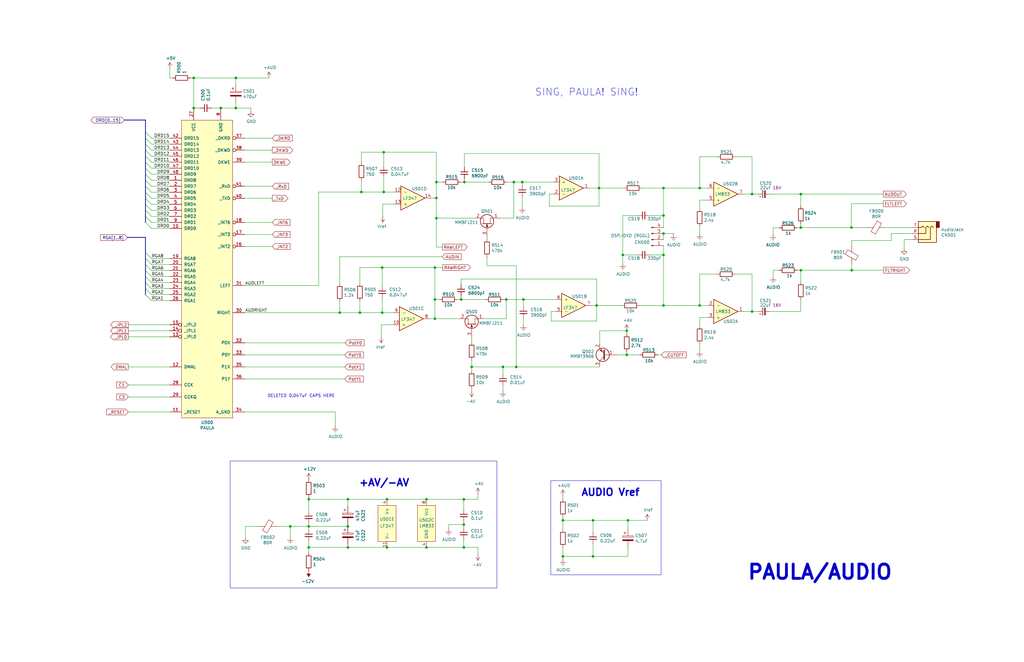
<source format=kicad_sch>
(kicad_sch (version 20230121) (generator eeschema)
  (paper "B")
  (title_block (title "AMIGA PCI") (date "2023-05-28") (rev "1"))
  (junction (at 216.662 76.835))
  (junction (at 220.218 76.835))
  (junction (at 184.023 76.835))
  (junction (at 130.175 210.693))
  (junction (at 337.693 81.915))
  (junction (at 213.487 126.365))
  (junction (at 146.685 210.693))
  (junction (at 279.781 128.905))
  (junction (at 317.119 131.445))
  (junction (at 122.428 222.123))
  (junction (at 295.021 79.375))
  (junction (at 93.091 45.593))
  (junction (at 161.798 81.026))
  (junction (at 130.175 231.013))
  (junction (at 262.636 107.569))
  (junction (at 220.726 126.365))
  (junction (at 81.661 32.893))
  (junction (at 250.063 234.823))
  (junction (at 264.795 219.583))
  (junction (at 163.195 210.693))
  (junction (at 212.09 154.813))
  (junction (at 161.163 131.953))
  (junction (at 237.363 219.583))
  (junction (at 217.678 154.813))
  (junction (at 317.119 81.915))
  (junction (at 195.58 231.013))
  (junction (at 130.175 222.123))
  (junction (at 99.441 45.593))
  (junction (at 81.661 45.593))
  (junction (at 194.437 126.365))
  (junction (at 337.693 96.012))
  (junction (at 183.388 126.365))
  (junction (at 146.685 222.123))
  (junction (at 99.441 32.893))
  (junction (at 279.781 79.375))
  (junction (at 237.363 234.823))
  (junction (at 195.834 76.835))
  (junction (at 183.388 134.493))
  (junction (at 163.195 231.013))
  (junction (at 264.287 139.573))
  (junction (at 195.58 221.361))
  (junction (at 183.388 112.903))
  (junction (at 359.156 114.046))
  (junction (at 152.4 81.026))
  (junction (at 279.781 90.932))
  (junction (at 184.023 92.075))
  (junction (at 359.029 96.012))
  (junction (at 337.693 114.046))
  (junction (at 179.832 231.013))
  (junction (at 151.765 131.953))
  (junction (at 279.781 107.569))
  (junction (at 264.287 149.733))
  (junction (at 279.781 98.552))
  (junction (at 161.163 112.903))
  (junction (at 250.063 219.583))
  (junction (at 252.603 79.375))
  (junction (at 146.685 231.013))
  (junction (at 251.587 128.905))
  (junction (at 161.798 64.262))
  (junction (at 179.832 210.693))
  (junction (at 184.023 83.566))
  (junction (at 198.882 154.813))
  (junction (at 295.021 128.905))
  (junction (at 195.58 210.693))
  (junction (at 143.256 131.953))
  (bus_entry (at 63.881 65.913) (size -2.54 -2.54))
  (bus_entry (at 63.881 88.773) (size -2.54 -2.54))
  (bus_entry (at 63.881 60.833) (size -2.54 -2.54))
  (bus_entry (at 63.881 114.173) (size -2.54 -2.54))
  (bus_entry (at 63.881 119.253) (size -2.54 -2.54))
  (bus_entry (at 63.881 83.693) (size -2.54 -2.54))
  (bus_entry (at 63.881 76.073) (size -2.54 -2.54))
  (bus_entry (at 63.881 91.313) (size -2.54 -2.54))
  (bus_entry (at 63.881 81.153) (size -2.54 -2.54))
  (bus_entry (at 63.881 63.373) (size -2.54 -2.54))
  (bus_entry (at 63.881 111.633) (size -2.54 -2.54))
  (bus_entry (at 63.881 73.533) (size -2.54 -2.54))
  (bus_entry (at 63.881 58.293) (size -2.54 -2.54))
  (bus_entry (at 63.881 68.453) (size -2.54 -2.54))
  (bus_entry (at 63.881 124.333) (size -2.54 -2.54))
  (bus_entry (at 63.881 86.233) (size -2.54 -2.54))
  (bus_entry (at 63.881 121.793) (size -2.54 -2.54))
  (bus_entry (at 63.881 96.393) (size -2.54 -2.54))
  (bus_entry (at 63.881 78.613) (size -2.54 -2.54))
  (bus_entry (at 63.881 109.093) (size -2.54 -2.54))
  (bus_entry (at 63.881 126.873) (size -2.54 -2.54))
  (bus_entry (at 63.881 116.713) (size -2.54 -2.54))
  (bus_entry (at 63.881 93.853) (size -2.54 -2.54))
  (bus_entry (at 63.881 70.993) (size -2.54 -2.54))
  (wire (pts (xy 54.102 142.113) (xy 71.501 142.113)))
  (wire (pts (xy 99.441 45.593) (xy 99.441 43.434)))
  (wire (pts (xy 130.175 210.693) (xy 146.685 210.693)))
  (wire (pts (xy 146.685 221.361) (xy 146.685 222.123)))
  (wire (pts (xy 337.693 96.012) (xy 359.029 96.012)))
  (wire (pts (xy 317.119 81.915) (xy 317.119 66.167)))
  (wire (pts (xy 250.063 229.616) (xy 250.063 234.823)))
  (wire (pts (xy 71.501 124.333) (xy 63.881 124.333)))
  (wire (pts (xy 210.439 92.075) (xy 216.662 92.075)))
  (bus (pts (xy 61.341 63.373) (xy 61.341 65.913)))
  (wire (pts (xy 183.388 112.903) (xy 161.163 112.903)))
  (wire (pts (xy 103.505 222.123) (xy 109.093 222.123)))
  (bus (pts (xy 61.341 81.153) (xy 61.341 83.693)))
  (wire (pts (xy 217.678 154.813) (xy 252.857 154.813)))
  (bus (pts (xy 61.341 88.773) (xy 61.341 91.313)))
  (bus (pts (xy 61.341 106.553) (xy 61.341 109.093)))
  (wire (pts (xy 183.388 134.493) (xy 183.388 126.365)))
  (wire (pts (xy 212.09 162.814) (xy 212.09 165.1)))
  (wire (pts (xy 103.251 173.863) (xy 141.351 173.863)))
  (wire (pts (xy 381.254 101.092) (xy 381.254 104.902)))
  (wire (pts (xy 264.287 148.463) (xy 264.287 149.733)))
  (wire (pts (xy 205.359 112.141) (xy 217.678 112.141)))
  (wire (pts (xy 71.501 65.913) (xy 63.881 65.913)))
  (wire (pts (xy 161.798 81.026) (xy 166.497 81.026)))
  (wire (pts (xy 71.501 63.373) (xy 63.881 63.373)))
  (bus (pts (xy 61.341 50.673) (xy 61.341 55.753)))
  (wire (pts (xy 184.023 92.075) (xy 184.023 104.267)))
  (wire (pts (xy 295.021 66.167) (xy 295.021 79.375)))
  (wire (pts (xy 336.169 114.046) (xy 337.693 114.046)))
  (wire (pts (xy 184.023 83.566) (xy 184.023 92.075)))
  (wire (pts (xy 216.662 76.835) (xy 220.218 76.835)))
  (wire (pts (xy 161.798 74.93) (xy 161.798 81.026)))
  (wire (pts (xy 359.156 101.473) (xy 375.793 101.473)))
  (wire (pts (xy 54.102 173.863) (xy 71.501 173.863)))
  (wire (pts (xy 71.501 93.853) (xy 63.881 93.853)))
  (wire (pts (xy 262.636 107.569) (xy 268.859 107.569)))
  (wire (pts (xy 183.388 126.365) (xy 185.293 126.365)))
  (wire (pts (xy 237.363 219.583) (xy 237.363 223.393)))
  (wire (pts (xy 103.251 154.813) (xy 145.415 154.813)))
  (wire (pts (xy 302.514 66.167) (xy 295.021 66.167)))
  (wire (pts (xy 262.636 111.252) (xy 262.636 107.569)))
  (wire (pts (xy 359.156 114.046) (xy 359.156 111.379)))
  (wire (pts (xy 234.315 131.445) (xy 232.41 131.445)))
  (wire (pts (xy 212.09 154.813) (xy 212.09 157.734)))
  (wire (pts (xy 152.4 64.262) (xy 161.798 64.262)))
  (wire (pts (xy 195.58 210.693) (xy 201.549 210.693)))
  (wire (pts (xy 279.781 107.569) (xy 279.781 128.905)))
  (wire (pts (xy 302.387 115.697) (xy 295.021 115.697)))
  (wire (pts (xy 295.021 133.985) (xy 295.021 137.541)))
  (wire (pts (xy 130.175 222.123) (xy 146.685 222.123)))
  (wire (pts (xy 313.69 81.915) (xy 317.119 81.915)))
  (wire (pts (xy 231.648 81.915) (xy 233.299 81.915)))
  (wire (pts (xy 152.4 68.58) (xy 152.4 64.262)))
  (wire (pts (xy 71.628 32.893) (xy 72.771 32.893)))
  (wire (pts (xy 203.962 134.493) (xy 213.487 134.493)))
  (wire (pts (xy 198.882 142.113) (xy 198.882 144.399)))
  (wire (pts (xy 375.793 98.552) (xy 384.683 98.552)))
  (wire (pts (xy 250.063 234.823) (xy 264.795 234.823)))
  (wire (pts (xy 295.021 79.375) (xy 298.45 79.375)))
  (wire (pts (xy 151.765 131.953) (xy 161.163 131.953)))
  (wire (pts (xy 268.859 90.932) (xy 262.636 90.932)))
  (wire (pts (xy 71.501 86.233) (xy 63.881 86.233)))
  (wire (pts (xy 130.175 210.693) (xy 130.175 215.773)))
  (wire (pts (xy 183.388 112.903) (xy 183.388 126.365)))
  (wire (pts (xy 269.748 128.905) (xy 279.781 128.905)))
  (wire (pts (xy 122.428 222.123) (xy 116.713 222.123)))
  (wire (pts (xy 146.685 231.013) (xy 163.195 231.013)))
  (wire (pts (xy 130.175 209.931) (xy 130.175 210.693)))
  (wire (pts (xy 273.939 107.569) (xy 279.781 107.569)))
  (bus (pts (xy 61.341 73.533) (xy 61.341 76.073)))
  (wire (pts (xy 195.834 76.835) (xy 206.121 76.835)))
  (wire (pts (xy 181.737 83.566) (xy 184.023 83.566)))
  (wire (pts (xy 195.834 64.77) (xy 252.603 64.77)))
  (wire (pts (xy 237.363 218.186) (xy 237.363 219.583)))
  (wire (pts (xy 146.685 231.013) (xy 130.175 231.013)))
  (wire (pts (xy 373.38 96.012) (xy 384.683 96.012)))
  (wire (pts (xy 152.4 81.026) (xy 161.798 81.026)))
  (wire (pts (xy 161.417 86.106) (xy 161.417 91.186)))
  (wire (pts (xy 183.388 134.493) (xy 193.802 134.493)))
  (wire (pts (xy 184.023 83.566) (xy 184.023 76.835)))
  (wire (pts (xy 184.023 76.835) (xy 184.023 64.262)))
  (wire (pts (xy 359.029 96.012) (xy 359.029 85.979)))
  (wire (pts (xy 252.603 79.375) (xy 252.603 64.77)))
  (wire (pts (xy 143.256 131.953) (xy 151.765 131.953)))
  (wire (pts (xy 317.119 115.697) (xy 310.007 115.697)))
  (wire (pts (xy 264.795 219.583) (xy 272.923 219.583)))
  (wire (pts (xy 152.4 76.2) (xy 152.4 81.026)))
  (wire (pts (xy 250.063 224.536) (xy 250.063 219.583)))
  (wire (pts (xy 252.857 139.573) (xy 264.287 139.573)))
  (wire (pts (xy 71.501 83.693) (xy 63.881 83.693)))
  (wire (pts (xy 231.648 81.915) (xy 231.648 86.995)))
  (wire (pts (xy 237.363 236.093) (xy 237.363 234.823)))
  (wire (pts (xy 114.808 98.933) (xy 103.251 98.933)))
  (wire (pts (xy 326.009 96.139) (xy 326.009 98.933)))
  (wire (pts (xy 71.501 76.073) (xy 63.881 76.073)))
  (wire (pts (xy 81.661 32.893) (xy 99.441 32.893)))
  (wire (pts (xy 151.765 127.127) (xy 151.765 131.953)))
  (wire (pts (xy 103.251 144.653) (xy 145.542 144.653)))
  (wire (pts (xy 217.678 112.141) (xy 217.678 154.813)))
  (wire (pts (xy 184.023 76.835) (xy 186.69 76.835)))
  (wire (pts (xy 279.781 79.375) (xy 295.021 79.375)))
  (wire (pts (xy 279.781 90.932) (xy 279.781 79.375)))
  (wire (pts (xy 248.539 79.375) (xy 252.603 79.375)))
  (wire (pts (xy 337.693 96.139) (xy 337.693 96.012)))
  (wire (pts (xy 295.021 84.455) (xy 295.021 88.011)))
  (wire (pts (xy 220.726 134.366) (xy 220.726 137.033)))
  (wire (pts (xy 195.58 227.711) (xy 195.58 231.013)))
  (wire (pts (xy 184.023 104.267) (xy 186.563 104.267)))
  (bus (pts (xy 61.341 65.913) (xy 61.341 68.453)))
  (wire (pts (xy 220.218 83.185) (xy 220.218 87.503)))
  (wire (pts (xy 186.436 108.331) (xy 143.256 108.331)))
  (wire (pts (xy 194.437 126.365) (xy 204.724 126.365)))
  (wire (pts (xy 317.119 66.167) (xy 310.134 66.167)))
  (wire (pts (xy 359.029 85.979) (xy 372.491 85.979)))
  (bus (pts (xy 61.341 50.673) (xy 52.451 50.673)))
  (wire (pts (xy 71.501 126.873) (xy 63.881 126.873)))
  (bus (pts (xy 61.341 70.993) (xy 61.341 73.533)))
  (wire (pts (xy 264.287 149.733) (xy 269.748 149.733)))
  (wire (pts (xy 232.41 135.509) (xy 251.587 135.509)))
  (wire (pts (xy 359.156 114.046) (xy 372.618 114.046)))
  (wire (pts (xy 264.795 223.393) (xy 264.795 219.583)))
  (wire (pts (xy 130.175 222.123) (xy 130.175 223.393)))
  (wire (pts (xy 54.102 139.573) (xy 71.501 139.573)))
  (wire (pts (xy 103.505 222.123) (xy 103.505 226.822)))
  (wire (pts (xy 194.437 125.095) (xy 194.437 126.365)))
  (wire (pts (xy 130.175 233.299) (xy 130.175 231.013)))
  (wire (pts (xy 80.391 32.893) (xy 81.661 32.893)))
  (wire (pts (xy 71.501 88.773) (xy 63.881 88.773)))
  (wire (pts (xy 143.256 127.254) (xy 143.256 131.953)))
  (wire (pts (xy 71.501 73.533) (xy 63.881 73.533)))
  (wire (pts (xy 195.58 231.013) (xy 201.549 231.013)))
  (wire (pts (xy 326.009 114.046) (xy 326.009 116.84)))
  (wire (pts (xy 252.603 79.375) (xy 263.144 79.375)))
  (wire (pts (xy 122.428 222.123) (xy 122.428 226.822)))
  (wire (pts (xy 250.063 219.583) (xy 264.795 219.583)))
  (wire (pts (xy 337.693 114.046) (xy 359.156 114.046)))
  (wire (pts (xy 114.808 63.373) (xy 103.251 63.373)))
  (wire (pts (xy 161.163 125.857) (xy 161.163 131.953)))
  (wire (pts (xy 237.363 234.823) (xy 250.063 234.823)))
  (wire (pts (xy 220.726 126.365) (xy 234.315 126.365)))
  (bus (pts (xy 61.341 91.313) (xy 61.341 93.853)))
  (wire (pts (xy 270.764 79.375) (xy 279.781 79.375)))
  (wire (pts (xy 99.441 35.814) (xy 99.441 32.893)))
  (wire (pts (xy 146.685 210.693) (xy 163.195 210.693)))
  (wire (pts (xy 71.501 109.093) (xy 63.881 109.093)))
  (wire (pts (xy 359.029 96.012) (xy 365.76 96.012)))
  (wire (pts (xy 279.781 90.932) (xy 279.781 96.012)))
  (wire (pts (xy 114.808 83.693) (xy 103.251 83.693)))
  (wire (pts (xy 146.685 210.693) (xy 146.685 213.741)))
  (wire (pts (xy 163.195 231.013) (xy 179.832 231.013)))
  (wire (pts (xy 161.163 131.953) (xy 165.862 131.953)))
  (wire (pts (xy 198.882 154.813) (xy 212.09 154.813)))
  (wire (pts (xy 201.549 231.013) (xy 201.549 233.934)))
  (wire (pts (xy 279.781 98.552) (xy 283.972 98.552)))
  (wire (pts (xy 328.549 96.139) (xy 326.009 96.139)))
  (wire (pts (xy 114.808 68.453) (xy 103.251 68.453)))
  (wire (pts (xy 161.163 112.903) (xy 151.765 112.903)))
  (bus (pts (xy 61.341 58.293) (xy 61.341 60.833)))
  (wire (pts (xy 54.102 154.813) (xy 71.501 154.813)))
  (wire (pts (xy 262.636 90.932) (xy 262.636 107.569)))
  (wire (pts (xy 71.501 60.833) (xy 63.881 60.833)))
  (wire (pts (xy 359.156 103.759) (xy 359.156 101.473)))
  (wire (pts (xy 130.175 231.013) (xy 130.175 228.473)))
  (bus (pts (xy 61.341 60.833) (xy 61.341 63.373)))
  (wire (pts (xy 166.497 86.106) (xy 161.417 86.106)))
  (wire (pts (xy 298.45 84.455) (xy 295.021 84.455)))
  (wire (pts (xy 114.808 78.613) (xy 103.251 78.613)))
  (wire (pts (xy 231.648 86.995) (xy 252.603 86.995)))
  (bus (pts (xy 61.341 100.203) (xy 53.721 100.203)))
  (wire (pts (xy 298.45 133.985) (xy 295.021 133.985)))
  (wire (pts (xy 103.251 159.893) (xy 145.415 159.893)))
  (wire (pts (xy 375.793 101.473) (xy 375.793 98.552)))
  (wire (pts (xy 71.501 119.253) (xy 63.881 119.253)))
  (wire (pts (xy 337.693 86.868) (xy 337.693 81.915)))
  (wire (pts (xy 220.218 78.105) (xy 220.218 76.835)))
  (wire (pts (xy 163.195 210.693) (xy 179.832 210.693)))
  (wire (pts (xy 337.693 126.492) (xy 337.693 131.445)))
  (wire (pts (xy 134.366 81.026) (xy 152.4 81.026)))
  (wire (pts (xy 179.832 210.693) (xy 195.58 210.693)))
  (wire (pts (xy 71.501 70.993) (xy 63.881 70.993)))
  (wire (pts (xy 189.23 221.361) (xy 189.23 223.266)))
  (wire (pts (xy 279.781 90.932) (xy 273.939 90.932)))
  (wire (pts (xy 317.119 131.445) (xy 317.119 115.697)))
  (wire (pts (xy 279.781 98.552) (xy 279.781 101.092)))
  (wire (pts (xy 195.58 220.091) (xy 195.58 221.361)))
  (wire (pts (xy 184.023 92.075) (xy 200.279 92.075)))
  (wire (pts (xy 189.23 221.361) (xy 195.58 221.361)))
  (wire (pts (xy 141.351 179.832) (xy 141.351 173.863)))
  (wire (pts (xy 198.882 152.019) (xy 198.882 154.813)))
  (wire (pts (xy 295.021 115.697) (xy 295.021 128.905)))
  (wire (pts (xy 71.501 78.613) (xy 63.881 78.613)))
  (bus (pts (xy 61.341 121.793) (xy 61.341 124.333)))
  (wire (pts (xy 324.612 131.445) (xy 337.693 131.445)))
  (wire (pts (xy 324.612 81.915) (xy 337.693 81.915)))
  (wire (pts (xy 237.363 209.296) (xy 237.363 210.566)))
  (wire (pts (xy 179.832 231.013) (xy 195.58 231.013)))
  (wire (pts (xy 216.662 76.835) (xy 213.741 76.835)))
  (wire (pts (xy 220.726 129.286) (xy 220.726 126.365)))
  (wire (pts (xy 103.251 131.953) (xy 143.256 131.953)))
  (wire (pts (xy 336.169 96.139) (xy 337.693 96.139)))
  (wire (pts (xy 195.834 70.485) (xy 195.834 64.77)))
  (wire (pts (xy 337.693 114.046) (xy 337.693 118.872)))
  (wire (pts (xy 205.359 99.695) (xy 205.359 100.838)))
  (wire (pts (xy 181.102 134.493) (xy 183.388 134.493)))
  (wire (pts (xy 161.798 64.262) (xy 161.798 69.85)))
  (wire (pts (xy 71.501 68.453) (xy 63.881 68.453)))
  (bus (pts (xy 61.341 86.233) (xy 61.341 88.773)))
  (wire (pts (xy 183.388 112.903) (xy 186.69 112.903)))
  (wire (pts (xy 237.363 231.013) (xy 237.363 234.823)))
  (wire (pts (xy 295.021 95.631) (xy 295.021 98.679)))
  (wire (pts (xy 146.685 231.013) (xy 146.685 229.743)))
  (wire (pts (xy 114.808 104.013) (xy 103.251 104.013)))
  (wire (pts (xy 71.501 121.793) (xy 63.881 121.793)))
  (wire (pts (xy 216.662 92.075) (xy 216.662 76.835)))
  (wire (pts (xy 337.693 96.012) (xy 337.693 94.488)))
  (wire (pts (xy 220.218 76.835) (xy 233.299 76.835)))
  (wire (pts (xy 54.102 137.033) (xy 71.501 137.033)))
  (wire (pts (xy 277.368 149.733) (xy 278.892 149.733)))
  (wire (pts (xy 198.882 154.813) (xy 198.882 156.464)))
  (wire (pts (xy 195.58 221.361) (xy 195.58 222.631)))
  (wire (pts (xy 279.781 103.632) (xy 279.781 107.569)))
  (wire (pts (xy 212.09 154.813) (xy 217.678 154.813)))
  (wire (pts (xy 283.972 98.552) (xy 283.972 98.933)))
  (bus (pts (xy 61.341 100.203) (xy 61.341 106.553)))
  (wire (pts (xy 114.808 93.853) (xy 103.251 93.853)))
  (wire (pts (xy 71.501 91.313) (xy 63.881 91.313)))
  (wire (pts (xy 264.795 234.823) (xy 264.795 231.013)))
  (wire (pts (xy 71.501 81.153) (xy 63.881 81.153)))
  (wire (pts (xy 328.549 114.046) (xy 326.009 114.046)))
  (wire (pts (xy 161.798 64.262) (xy 184.023 64.262)))
  (wire (pts (xy 260.477 149.733) (xy 264.287 149.733)))
  (wire (pts (xy 205.359 108.458) (xy 205.359 112.141)))
  (wire (pts (xy 213.487 126.365) (xy 220.726 126.365)))
  (wire (pts (xy 319.532 131.445) (xy 317.119 131.445)))
  (bus (pts (xy 61.341 111.633) (xy 61.341 114.173)))
  (wire (pts (xy 384.683 101.092) (xy 381.254 101.092)))
  (wire (pts (xy 99.441 32.893) (xy 113.411 32.893)))
  (bus (pts (xy 61.341 78.613) (xy 61.341 81.153)))
  (wire (pts (xy 143.256 108.331) (xy 143.256 119.634)))
  (bus (pts (xy 61.341 114.173) (xy 61.341 116.713)))
  (wire (pts (xy 71.501 116.713) (xy 63.881 116.713)))
  (wire (pts (xy 103.251 149.733) (xy 145.415 149.733)))
  (wire (pts (xy 279.781 128.905) (xy 295.021 128.905)))
  (wire (pts (xy 295.021 128.905) (xy 298.45 128.905)))
  (wire (pts (xy 192.913 126.365) (xy 194.437 126.365)))
  (wire (pts (xy 103.251 120.523) (xy 134.366 120.523)))
  (wire (pts (xy 194.437 117.729) (xy 251.587 117.729)))
  (wire (pts (xy 71.628 28.956) (xy 71.628 32.893)))
  (wire (pts (xy 81.661 45.593) (xy 81.661 32.893)))
  (wire (pts (xy 295.021 145.161) (xy 295.021 148.209)))
  (wire (pts (xy 251.587 128.905) (xy 262.128 128.905)))
  (wire (pts (xy 195.834 75.565) (xy 195.834 76.835)))
  (wire (pts (xy 71.501 96.393) (xy 63.881 96.393)))
  (wire (pts (xy 93.091 45.593) (xy 99.441 45.593)))
  (bus (pts (xy 61.341 116.713) (xy 61.341 119.253)))
  (bus (pts (xy 61.341 76.073) (xy 61.341 78.613)))
  (wire (pts (xy 89.281 45.593) (xy 93.091 45.593)))
  (wire (pts (xy 213.487 126.365) (xy 212.344 126.365)))
  (wire (pts (xy 251.587 135.509) (xy 251.587 128.905)))
  (wire (pts (xy 99.441 45.593) (xy 105.791 45.593)))
  (wire (pts (xy 213.487 134.493) (xy 213.487 126.365)))
  (wire (pts (xy 84.201 45.593) (xy 81.661 45.593)))
  (bus (pts (xy 61.341 68.453) (xy 61.341 70.993)))
  (wire (pts (xy 252.603 86.995) (xy 252.603 79.375)))
  (wire (pts (xy 151.765 112.903) (xy 151.765 119.507)))
  (bus (pts (xy 61.341 55.753) (xy 61.341 58.293)))
  (wire (pts (xy 114.808 58.293) (xy 103.251 58.293)))
  (wire (pts (xy 201.549 210.693) (xy 201.549 208.534)))
  (wire (pts (xy 130.175 220.853) (xy 130.175 222.123)))
  (wire (pts (xy 134.366 120.523) (xy 134.366 81.026)))
  (wire (pts (xy 237.363 219.583) (xy 250.063 219.583)))
  (wire (pts (xy 54.102 167.513) (xy 71.501 167.513)))
  (bus (pts (xy 61.341 83.693) (xy 61.341 86.233)))
  (wire (pts (xy 313.69 131.445) (xy 317.119 131.445)))
  (wire (pts (xy 198.882 164.084) (xy 198.882 164.973)))
  (wire (pts (xy 194.31 76.835) (xy 195.834 76.835)))
  (wire (pts (xy 264.287 139.573) (xy 264.287 140.843)))
  (wire (pts (xy 232.41 131.445) (xy 232.41 135.509)))
  (bus (pts (xy 61.341 109.093) (xy 61.341 111.633)))
  (wire (pts (xy 105.791 45.593) (xy 105.791 46.863)))
  (wire (pts (xy 165.862 137.033) (xy 160.782 137.033)))
  (wire (pts (xy 54.102 162.433) (xy 71.501 162.433)))
  (wire (pts (xy 194.437 120.015) (xy 194.437 117.729)))
  (wire (pts (xy 71.501 114.173) (xy 63.881 114.173)))
  (wire (pts (xy 251.587 128.905) (xy 251.587 117.729)))
  (wire (pts (xy 161.163 112.903) (xy 161.163 120.777)))
  (wire (pts (xy 337.693 81.915) (xy 372.491 81.915)))
  (wire (pts (xy 71.501 58.293) (xy 63.881 58.293)))
  (wire (pts (xy 195.58 210.693) (xy 195.58 215.011)))
  (wire (pts (xy 160.782 137.033) (xy 160.782 142.113)))
  (wire (pts (xy 122.428 222.123) (xy 130.175 222.123)))
  (wire (pts (xy 252.857 144.653) (xy 252.857 139.573)))
  (bus (pts (xy 61.341 119.253) (xy 61.341 121.793)))
  (wire (pts (xy 71.501 111.633) (xy 63.881 111.633)))
  (wire (pts (xy 319.532 81.915) (xy 317.119 81.915)))
  (wire (pts (xy 249.555 128.905) (xy 251.587 128.905)))
  (rectangle (start 232.283 202.819) (end 278.765 242.57))
  (rectangle (start 97.028 194.564) (end 209.55 248.158))
  (text "AUDIO Vref" (at 270.002 209.677 0) (effects (font (size 3 3) (thickness 0.6) bold) (justify right bottom)))
  (text "SING, PAULA! SING!" (at 225.552 40.767 0) (effects (font (size 3 3)) (justify left bottom)))
  (text "+AV/-AV" (at 172.847 205.613 0) (effects (font (size 3 3) (thickness 0.6) bold) (justify right bottom)))
  (text "DELETED 0.047uF CAPS HERE" (at 112.776 167.894 0) (effects (font (size 1.27 1.27)) (justify left bottom)))
  (text "PAULA/AUDIO" (at 314.833 245.11 0) (effects (font (size 6 6) (thickness 1.2) bold) (justify left bottom)))
  (label "DRD2" (at 71.501 91.313 180) (effects (font (size 1.2954 1.2954))))
  (label "DRD3" (at 71.501 88.773 180) (effects (font (size 1.2954 1.2954))))
  (label "DRD6" (at 71.501 81.153 180) (effects (font (size 1.2954 1.2954))))
  (label "DRD14" (at 71.501 60.833 180) (effects (font (size 1.2954 1.2954))))
  (label "DRD7" (at 71.501 78.613 180) (effects (font (size 1.2954 1.2954))))
  (label "DRD0" (at 71.501 96.393 180) (effects (font (size 1.2954 1.2954))))
  (label "RGA7" (at 63.881 111.633 0) (effects (font (size 1.2954 1.2954))))
  (label "RGA4" (at 63.881 119.253 0) (effects (font (size 1.2954 1.2954))))
  (label "DRD4" (at 71.501 86.233 180) (effects (font (size 1.2954 1.2954))))
  (label "RGA6" (at 63.881 114.173 0) (effects (font (size 1.2954 1.2954))))
  (label "DRD5" (at 71.501 83.693 180) (effects (font (size 1.2954 1.2954))))
  (label "RGA3" (at 63.881 121.793 0) (effects (font (size 1.2954 1.2954))))
  (label "AUDRIGHT" (at 103.378 131.953 0))
  (label "DRD11" (at 71.501 68.453 180) (effects (font (size 1.2954 1.2954))))
  (label "RGA2" (at 63.881 124.333 0) (effects (font (size 1.2954 1.2954))))
  (label "DRD8" (at 71.501 76.073 180) (effects (font (size 1.2954 1.2954))))
  (label "DRD1" (at 71.501 93.853 180) (effects (font (size 1.2954 1.2954))))
  (label "DRD9" (at 71.501 73.533 180) (effects (font (size 1.2954 1.2954))))
  (label "DRD13" (at 71.501 63.373 180) (effects (font (size 1.2954 1.2954))))
  (label "DRD15" (at 71.501 58.293 180) (effects (font (size 1.2954 1.2954))))
  (label "RGA8" (at 63.881 109.093 0) (effects (font (size 1.2954 1.2954))))
  (label "AUDLEFT" (at 103.378 120.523 0))
  (label "RGA5" (at 63.881 116.713 0) (effects (font (size 1.2954 1.2954))))
  (label "DRD10" (at 71.501 70.993 180) (effects (font (size 1.2954 1.2954))))
  (label "RGA1" (at 63.881 126.873 0) (effects (font (size 1.2954 1.2954))))
  (label "DRD12" (at 71.501 65.913 180) (effects (font (size 1.2954 1.2954))))
  (global_label "_INT2" (shape input) (at 114.808 104.013 0) (property "Intersheetrefs" "${INTERSHEET_REFS}" (at 122.7938 104.013 0) (effects (justify left))))
  (global_label "FLTRIGHT" (shape output) (at 372.618 114.046 0) (property "Intersheetrefs" "${INTERSHEET_REFS}" (at 384.051 114.046 0) (effects (justify left))))
  (global_label "PotX1" (shape input) (at 145.415 154.813 0) (property "Intersheetrefs" "${INTERSHEET_REFS}" (at 153.8845 154.813 0) (effects (justify left))))
  (global_label "DMAL" (shape output) (at 54.102 154.813 180) (property "Intersheetrefs" "${INTERSHEET_REFS}" (at 46.3581 154.813 0) (effects (justify right))))
  (global_label "_INT6" (shape input) (at 114.808 93.853 0) (property "Intersheetrefs" "${INTERSHEET_REFS}" (at 122.7938 93.853 0) (effects (justify left))))
  (global_label "DRD[0..15]" (shape bidirectional) (at 52.451 50.673 180) (effects (font (size 1.2954 1.2954))) (property "Intersheetrefs" "${INTERSHEET_REFS}" (at 37.8058 50.673 0) (effects (justify right))))
  (global_label "AUDIN" (shape input) (at 186.436 108.331 0) (property "Intersheetrefs" "${INTERSHEET_REFS}" (at 194.9662 108.331 0) (effects (justify left))))
  (global_label "C1" (shape input) (at 54.102 162.433 180) (property "Intersheetrefs" "${INTERSHEET_REFS}" (at 48.7167 162.433 0) (effects (justify right))))
  (global_label "PotY0" (shape input) (at 145.415 149.733 0) (property "Intersheetrefs" "${INTERSHEET_REFS}" (at 153.7636 149.733 0) (effects (justify left))))
  (global_label "_IPL0" (shape output) (at 54.102 142.113 180) (property "Intersheetrefs" "${INTERSHEET_REFS}" (at 46.1162 142.113 0) (effects (justify right))))
  (global_label "C3" (shape input) (at 54.102 167.513 180) (property "Intersheetrefs" "${INTERSHEET_REFS}" (at 48.7167 167.513 0) (effects (justify right))))
  (global_label "_RxD" (shape input) (at 114.808 78.613 0) (property "Intersheetrefs" "${INTERSHEET_REFS}" (at 122.2495 78.613 0) (effects (justify left))))
  (global_label "PotY1" (shape input) (at 145.415 159.893 0) (property "Intersheetrefs" "${INTERSHEET_REFS}" (at 153.7636 159.893 0) (effects (justify left))))
  (global_label "PotX0" (shape input) (at 145.542 144.653 0) (property "Intersheetrefs" "${INTERSHEET_REFS}" (at 154.0115 144.653 0) (effects (justify left))))
  (global_label "DKWE" (shape output) (at 114.808 68.453 0) (property "Intersheetrefs" "${INTERSHEET_REFS}" (at 122.8542 68.453 0) (effects (justify left))))
  (global_label "RGA[1..8]" (shape input) (at 53.721 100.203 180) (property "Intersheetrefs" "${INTERSHEET_REFS}" (at 41.8646 100.203 0) (effects (justify right))))
  (global_label "FLTLEFT" (shape output) (at 372.491 85.979 0) (property "Intersheetrefs" "${INTERSHEET_REFS}" (at 382.7144 85.979 0) (effects (justify left))))
  (global_label "_IPL1" (shape output) (at 54.102 139.573 180) (property "Intersheetrefs" "${INTERSHEET_REFS}" (at 46.1162 139.573 0) (effects (justify right))))
  (global_label "_RESET" (shape input) (at 54.102 173.863 180) (property "Intersheetrefs" "${INTERSHEET_REFS}" (at 44.4835 173.863 0) (effects (justify right))))
  (global_label "_DKRD" (shape input) (at 114.808 58.293 0) (property "Intersheetrefs" "${INTERSHEET_REFS}" (at 123.7614 58.293 0) (effects (justify left))))
  (global_label "_DKWD" (shape output) (at 114.808 63.373 0) (property "Intersheetrefs" "${INTERSHEET_REFS}" (at 123.9428 63.373 0) (effects (justify left))))
  (global_label "RAWRIGHT" (shape output) (at 186.69 112.903 0) (property "Intersheetrefs" "${INTERSHEET_REFS}" (at 198.8487 112.903 0) (effects (justify left))))
  (global_label "_TxD" (shape output) (at 114.808 83.693 0) (property "Intersheetrefs" "${INTERSHEET_REFS}" (at 121.9471 83.693 0) (effects (justify left))))
  (global_label "RAWLEFT" (shape output) (at 186.563 104.267 0) (property "Intersheetrefs" "${INTERSHEET_REFS}" (at 197.5121 104.267 0) (effects (justify left))))
  (global_label "_IPL2" (shape output) (at 54.102 137.033 180) (property "Intersheetrefs" "${INTERSHEET_REFS}" (at 46.1162 137.033 0) (effects (justify right))))
  (global_label "_CUTOFF" (shape input) (at 278.892 149.733 0) (property "Intersheetrefs" "${INTERSHEET_REFS}" (at 289.8412 149.733 0) (effects (justify left))))
  (global_label "AUDOUT" (shape output) (at 372.491 81.915 0) (property "Intersheetrefs" "${INTERSHEET_REFS}" (at 382.7145 81.915 0) (effects (justify left))))
  (global_label "_INT3" (shape input) (at 114.808 98.933 0) (property "Intersheetrefs" "${INTERSHEET_REFS}" (at 122.7938 98.933 0) (effects (justify left))))
  (symbol (lib_id "AmigaPCI-Symbols:AUDIO GND") (at 122.428 226.822 0) (unit 1)
    (property "Reference" "#PWR091" (effects hide))
    (property "Value" "AUDIO" (at 122.555 231.2162 0))
    (instances (project "AmigaPCI Mainboard" (path "" (reference "#PWR091") (unit 1))) (project "2000ATX" (path "" (reference "#PWR0287") (unit 1))))
  )
  (symbol (lib_id "AmigaPCI-Symbols:+AV") (at 201.549 208.534 0) (unit 1)
    (property "Reference" "#+AV02" (effects hide))
    (property "Value" "+AV" (at 201.93 204.1398 0))
    (instances (project "AmigaPCI Mainboard" (path "" (reference "#+AV02") (unit 1))) (project "2000ATX" (path "" (reference "#+AV0101") (unit 1))))
  )
  (symbol (lib_id "Device:C_Small") (at 130.175 218.313 0) (unit 1)
    (property "Reference" "C508" (at 133.096 217.1446 0) (effects (justify left)))
    (property "Value" "0.22uF" (at 133.096 219.456 0) (effects (justify left)))
    (property "Footprint" "Capacitor_SMD:C_0603_1608Metric" (effects hide))
    (instances (project "AmigaPCI Mainboard" (path "" (reference "C508") (unit 1))) (project "2000ATX" (path "" (reference "C220") (unit 1))))
  )
  (symbol (lib_id "AmigaPCI-Symbols:Ferrite_Bead") (at 369.57 96.012 90) (unit 1)
    (property "Reference" "FB500" (at 369.57 89.0524 90))
    (property "Value" "80R" (at 369.57 91.3638 90))
    (property "Footprint" "Capacitor_SMD:C_0805_2012Metric" (effects hide))
    (instances (project "AmigaPCI Mainboard" (path "" (reference "FB500") (unit 1))) (project "2000ATX" (path "" (reference "FB401") (unit 1)) (path "" (reference "FB401") (unit 1))))
  )
  (symbol (lib_id "AmigaPCI-Symbols:+AV") (at 264.287 139.573 0) (unit 1)
    (property "Reference" "#+AV03" (effects hide))
    (property "Value" "+AV" (at 264.668 135.1788 0))
    (instances (project "AmigaPCI Mainboard" (path "" (reference "#+AV03") (unit 1))) (project "2000ATX" (path "" (reference "#+AV0102") (unit 1))))
  )
  (symbol (lib_id "power:+5V") (at 71.628 28.956 0) (unit 1)
    (property "Reference" "#PWR069" (effects hide))
    (property "Value" "+5V" (at 72.009 24.5618 0))
    (instances (project "AmigaPCI Mainboard" (path "" (reference "#PWR069") (unit 1))) (project "2000ATX" (path "" (reference "#PWR0276") (unit 1))))
  )
  (symbol (lib_id "Device:C_Polarized") (at 146.685 217.551 0) (unit 1)
    (property "Reference" "C523" (at 153.162 217.551 90))
    (property "Value" "47uF" (at 150.8506 217.551 90))
    (property "Footprint" "Capacitor_THT:CP_Radial_D5.0mm_P2.00mm" (effects hide))
    (instances (project "AmigaPCI Mainboard" (path "" (reference "C523") (unit 1))) (project "2000ATX" (path "" (reference "C222") (unit 1)) (path "" (reference "C222") (unit 1))))
  )
  (symbol (lib_id "Device:R") (at 143.256 123.444 0) (unit 1)
    (property "Reference" "R506" (at 145.034 122.2756 0) (effects (justify left)))
    (property "Value" "1.2k" (at 145.034 124.587 0) (effects (justify left)))
    (property "Footprint" "Resistor_SMD:R_0603_1608Metric" (effects hide))
    (instances (project "AmigaPCI Mainboard" (path "" (reference "R506") (unit 1))) (project "2000ATX" (path "" (reference "R210") (unit 1))))
  )
  (symbol (lib_id "Connector:Conn_01x04_Pin") (at 274.701 101.092 0) (mirror x) (unit 1)
    (property "Reference" "CN500" (at 270.764 102.235 0))
    (property "Value" "DSP/DVD (RGGL)" (at 265.811 99.441 0))
    (property "Footprint" "Connector_PinHeader_2.54mm:PinHeader_1x04_P2.54mm_Vertical" (effects hide))
    (property "Part Number" "5-103639-3" (effects hide))
  )
  (symbol (lib_id "power:-12V") (at 130.175 240.919 180) (unit 1)
    (property "Reference" "#PWR093" (effects hide))
    (property "Value" "-12V" (at 129.794 245.3132 0))
    (instances (project "AmigaPCI Mainboard" (path "" (reference "#PWR093") (unit 1))) (project "2000ATX" (path "" (reference "#PWR0286") (unit 1))))
  )
  (symbol (lib_id "Device:R") (at 337.693 122.682 0) (unit 1)
    (property "Reference" "R522" (at 339.471 121.5136 0) (effects (justify left)))
    (property "Value" "1k" (at 339.471 123.825 0) (effects (justify left)))
    (property "Footprint" "Resistor_SMD:R_0603_1608Metric" (effects hide))
    (instances (project "AmigaPCI Mainboard" (path "" (reference "R522") (unit 1))) (project "2000ATX" (path "" (reference "R210") (unit 1))))
  )
  (symbol (lib_id "Device:R") (at 295.021 141.351 0) (unit 1)
    (property "Reference" "R519" (at 296.799 140.1826 0) (effects (justify left)))
    (property "Value" "2.4k" (at 296.799 142.494 0) (effects (justify left)))
    (property "Footprint" "Resistor_SMD:R_0603_1608Metric" (effects hide))
    (instances (project "AmigaPCI Mainboard" (path "" (reference "R519") (unit 1))) (project "2000ATX" (path "" (reference "R210") (unit 1))))
  )
  (symbol (lib_id "Transistor_BJT:MMBT3906") (at 255.397 149.733 180) (unit 1)
    (property "Reference" "Q502" (at 250.571 148.336 0) (effects (justify left)))
    (property "Value" "MMBT3906" (at 250.571 150.368 0) (effects (justify left)))
    (property "Footprint" "Package_TO_SOT_SMD:SOT-23" (effects hide))
    (property "Datasheet" "https://www.onsemi.com/pdf/datasheet/pzt3906-d.pdf" (effects hide))
    (instances (project "AmigaPCI Mainboard" (path "" (reference "Q502") (unit 1))) (project "2000ATX" (path "" (reference "Q202") (unit 1))))
  )
  (symbol (lib_id "AmigaPCI-Symbols:LF347") (at 172.847 83.566 0) (mirror x) (unit 4)
    (property "Reference" "U501" (at 176.784 79.629 0))
    (property "Value" "LF347" (at 172.847 83.693 0))
    (property "Footprint" "Package_SO:SOIC-14_3.9x8.7mm_P1.27mm" (effects hide))
    (instances (project "AmigaPCI Mainboard" (path "" (reference "U501") (unit 4))) (project "2000ATX" (path "" (reference "U204") (unit 3))))
  )
  (symbol (lib_id "Device:R") (at 151.765 123.317 0) (unit 1)
    (property "Reference" "R505" (at 153.543 122.1486 0) (effects (justify left)))
    (property "Value" "750" (at 153.543 124.46 0) (effects (justify left)))
    (property "Footprint" "Resistor_SMD:R_0603_1608Metric" (effects hide))
    (instances (project "AmigaPCI Mainboard" (path "" (reference "R505") (unit 1))) (project "2000ATX" (path "" (reference "R210") (unit 1))))
  )
  (symbol (lib_id "Device:C_Small") (at 220.726 131.826 0) (unit 1)
    (property "Reference" "C516" (at 223.647 130.6576 0) (effects (justify left)))
    (property "Value" "3900pF" (at 223.647 132.969 0) (effects (justify left)))
    (property "Footprint" "Capacitor_SMD:C_0603_1608Metric" (effects hide))
    (instances (project "AmigaPCI Mainboard" (path "" (reference "C516") (unit 1))) (project "2000ATX" (path "" (reference "C212") (unit 1))))
  )
  (symbol (lib_id "AmigaPCI-Symbols:AUDIO GND") (at 295.021 148.209 0) (unit 1)
    (property "Reference" "#PWR080" (effects hide))
    (property "Value" "AUDIO" (at 295.148 152.6032 0))
    (instances (project "AmigaPCI Mainboard" (path "" (reference "#PWR080") (unit 1))) (project "2000ATX" (path "" (reference "#PWR0283") (unit 1))))
  )
  (symbol (lib_id "AmigaPCI-Symbols:-AV") (at 201.549 233.934 180) (unit 1)
    (property "Reference" "#-AV02" (effects hide))
    (property "Value" "-AV" (at 201.168 238.3282 0))
    (instances (project "AmigaPCI Mainboard" (path "" (reference "#-AV02") (unit 1))) (project "2000ATX" (path "" (reference "#-AV0101") (unit 1))))
  )
  (symbol (lib_id "AmigaPCI-Symbols:VREF") (at 160.782 142.113 180) (unit 1)
    (property "Reference" "#VREF04" (effects hide))
    (property "Value" "VREF" (at 160.401 146.5072 0))
    (instances (project "AmigaPCI Mainboard" (path "" (reference "#VREF04") (unit 1))) (project "2000ATX" (path "" (reference "#VREF0101") (unit 1))))
  )
  (symbol (lib_id "Device:C_Small") (at 220.218 80.645 0) (unit 1)
    (property "Reference" "C517" (at 223.139 79.4766 0) (effects (justify left)))
    (property "Value" "3900pF" (at 223.139 81.788 0) (effects (justify left)))
    (property "Footprint" "Capacitor_SMD:C_0603_1608Metric" (effects hide))
    (instances (project "AmigaPCI Mainboard" (path "" (reference "C517") (unit 1))) (project "2000ATX" (path "" (reference "C212") (unit 1))))
  )
  (symbol (lib_id "Device:R") (at 205.359 104.648 0) (unit 1)
    (property "Reference" "R514" (at 207.137 103.4796 0) (effects (justify left)))
    (property "Value" "470k" (at 207.137 105.791 0) (effects (justify left)))
    (property "Footprint" "Resistor_SMD:R_0603_1608Metric" (effects hide))
    (instances (project "AmigaPCI Mainboard" (path "" (reference "R514") (unit 1))) (project "2000ATX" (path "" (reference "R210") (unit 1))))
  )
  (symbol (lib_id "AmigaPCI-Symbols:AUDIO GND") (at 212.09 165.1 0) (unit 1)
    (property "Reference" "#PWR071" (effects hide))
    (property "Value" "AUDIO" (at 212.217 169.4942 0))
    (instances (project "AmigaPCI Mainboard" (path "" (reference "#PWR071") (unit 1))) (project "2000ATX" (path "" (reference "#PWR0283") (unit 1))))
  )
  (symbol (lib_id "AmigaPCI-Symbols:AUDIO GND") (at 141.351 179.832 0) (unit 1)
    (property "Reference" "#PWR076" (effects hide))
    (property "Value" "AUDIO" (at 141.478 184.2262 0))
    (instances (project "AmigaPCI Mainboard" (path "" (reference "#PWR076") (unit 1))) (project "2000ATX" (path "" (reference "#PWR0218") (unit 1))))
  )
  (symbol (lib_id "Device:R") (at 337.693 90.678 0) (mirror x) (unit 1)
    (property "Reference" "R524" (at 339.217 89.8906 0) (effects (justify left)))
    (property "Value" "1k" (at 339.217 92.202 0) (effects (justify left)))
    (property "Footprint" "Resistor_SMD:R_0603_1608Metric" (effects hide))
    (instances (project "AmigaPCI Mainboard" (path "" (reference "R524") (unit 1))) (project "2000ATX" (path "" (reference "R210") (unit 1))))
  )
  (symbol (lib_id "Device:R") (at 306.324 66.167 90) (unit 1)
    (property "Reference" "R521" (at 308.864 64.135 90) (effects (justify left)))
    (property "Value" "4.7k" (at 308.102 68.453 90) (effects (justify left)))
    (property "Footprint" "Resistor_SMD:R_0603_1608Metric" (effects hide))
    (instances (project "AmigaPCI Mainboard" (path "" (reference "R521") (unit 1))) (project "2000ATX" (path "" (reference "R210") (unit 1))))
  )
  (symbol (lib_id "Device:C_Polarized_Small") (at 322.072 131.445 90) (unit 1)
    (property "Reference" "C521" (at 322.834 126.873 90))
    (property "Value" "22uF" (at 322.834 128.794 90))
    (property "Footprint" "Capacitor_THT:CP_Radial_D5.0mm_P2.00mm" (effects hide))
    (property "Volts" "16V" (at 327.66 128.778 90))
  )
  (symbol (lib_id "AmigaPCI-Symbols:+AUD") (at 237.363 209.296 0) (unit 1)
    (property "Reference" "#PWR094" (effects hide))
    (property "Value" "+AUD" (at 237.744 204.9018 0))
    (instances (project "AmigaPCI Mainboard" (path "" (reference "#PWR094") (unit 1))) (project "2000ATX" (path "" (reference "#PWR0279") (unit 1))))
  )
  (symbol (lib_id "AmigaPCI-Symbols:LF347") (at 163.195 220.853 0) (mirror y) (unit 5)
    (property "Reference" "U501" (at 163.195 219.075 0))
    (property "Value" "LF347" (at 163.195 221.996 0))
    (property "Footprint" "Package_SO:SOIC-14_3.9x8.7mm_P1.27mm" (effects hide))
    (instances (project "AmigaPCI Mainboard" (path "" (reference "U501") (unit 5))) (project "2000ATX" (path "" (reference "U204") (unit 5))))
  )
  (symbol (lib_id "Device:R") (at 130.175 237.109 0) (unit 1)
    (property "Reference" "R504" (at 131.953 235.9406 0) (effects (justify left)))
    (property "Value" "1" (at 131.953 238.252 0) (effects (justify left)))
    (property "Footprint" "Resistor_SMD:R_0603_1608Metric" (effects hide))
    (instances (project "AmigaPCI Mainboard" (path "" (reference "R504") (unit 1))) (project "2000ATX" (path "" (reference "R208") (unit 1))))
  )
  (symbol (lib_id "Device:R") (at 152.4 72.39 0) (unit 1)
    (property "Reference" "R507" (at 154.178 71.2216 0) (effects (justify left)))
    (property "Value" "750" (at 154.178 73.533 0) (effects (justify left)))
    (property "Footprint" "Resistor_SMD:R_0603_1608Metric" (effects hide))
    (instances (project "AmigaPCI Mainboard" (path "" (reference "R507") (unit 1))) (project "2000ATX" (path "" (reference "R210") (unit 1))))
  )
  (symbol (lib_id "Device:C_Small") (at 161.798 72.39 0) (unit 1)
    (property "Reference" "C513" (at 164.719 71.2216 0) (effects (justify left)))
    (property "Value" "0.047uF" (at 164.719 73.533 0) (effects (justify left)))
    (property "Footprint" "Capacitor_SMD:C_0603_1608Metric" (effects hide))
    (instances (project "AmigaPCI Mainboard" (path "" (reference "C513") (unit 1))) (project "2000ATX" (path "" (reference "C212") (unit 1))))
  )
  (symbol (lib_id "AmigaPCI-Symbols:Ferrite_Bead") (at 359.156 107.569 180) (unit 1)
    (property "Reference" "FB501" (at 353.3775 106.3879 0))
    (property "Value" "80R" (at 353.3775 108.6993 0))
    (property "Footprint" "Capacitor_SMD:C_0805_2012Metric" (effects hide))
    (instances (project "AmigaPCI Mainboard" (path "" (reference "FB501") (unit 1))) (project "2000ATX" (path "" (reference "FB401") (unit 1)) (path "" (reference "FB401") (unit 1))))
  )
  (symbol (lib_id "Device:R") (at 266.954 79.375 90) (unit 1)
    (property "Reference" "R517" (at 269.494 77.343 90) (effects (justify left)))
    (property "Value" "10k" (at 268.732 81.661 90) (effects (justify left)))
    (property "Footprint" "Resistor_SMD:R_0603_1608Metric" (effects hide))
    (instances (project "AmigaPCI Mainboard" (path "" (reference "R517") (unit 1))) (project "2000ATX" (path "" (reference "R210") (unit 1))))
  )
  (symbol (lib_id "Device:R") (at 332.359 96.139 90) (mirror x) (unit 1)
    (property "Reference" "R526" (at 334.772 94.234 90) (effects (justify left)))
    (property "Value" "1k" (at 333.629 98.425 90) (effects (justify left)))
    (property "Footprint" "Resistor_SMD:R_0603_1608Metric" (effects hide))
    (instances (project "AmigaPCI Mainboard" (path "" (reference "R526") (unit 1))) (project "2000ATX" (path "" (reference "R210") (unit 1))))
  )
  (symbol (lib_id "Device:C_Small") (at 194.437 122.555 0) (unit 1)
    (property "Reference" "C524" (at 197.358 121.3866 0) (effects (justify left)))
    (property "Value" "6800pF" (at 197.358 123.698 0) (effects (justify left)))
    (property "Footprint" "Capacitor_SMD:C_0603_1608Metric" (effects hide))
    (instances (project "AmigaPCI Mainboard" (path "" (reference "C524") (unit 1))) (project "2000ATX" (path "" (reference "C212") (unit 1))))
  )
  (symbol (lib_id "Device:R") (at 198.882 160.274 0) (unit 1)
    (property "Reference" "R509" (at 200.66 159.1056 0) (effects (justify left)))
    (property "Value" "10k" (at 200.66 161.417 0) (effects (justify left)))
    (property "Footprint" "Resistor_SMD:R_0603_1608Metric" (effects hide))
    (instances (project "AmigaPCI Mainboard" (path "" (reference "R509") (unit 1))) (project "2000ATX" (path "" (reference "R210") (unit 1))))
  )
  (symbol (lib_id "Device:C_Small") (at 86.741 45.593 90) (unit 1)
    (property "Reference" "C500" (at 85.5726 42.672 0) (effects (justify left)))
    (property "Value" "0.1uF" (at 87.884 42.672 0) (effects (justify left)))
    (property "Footprint" "Capacitor_SMD:C_0603_1608Metric" (effects hide))
    (instances (project "AmigaPCI Mainboard" (path "" (reference "C500") (unit 1))) (project "2000ATX" (path "" (reference "C200") (unit 1))))
  )
  (symbol (lib_id "AmigaPCI-Symbols:LF347") (at 240.665 128.905 0) (unit 2)
    (property "Reference" "U501" (at 244.348 125.095 0))
    (property "Value" "LF347" (at 240.538 129.794 0))
    (property "Footprint" "Package_SO:SOIC-14_3.9x8.7mm_P1.27mm" (effects hide))
    (instances (project "AmigaPCI Mainboard" (path "" (reference "U501") (unit 2))) (project "2000ATX" (path "" (reference "U204") (unit 3))))
  )
  (symbol (lib_id "AmigaPCI-Symbols:AUDIO GND") (at 262.636 111.252 0) (unit 1)
    (property "Reference" "#PWR078" (effects hide))
    (property "Value" "AUDIO" (at 262.763 115.6462 0))
    (instances (project "AmigaPCI Mainboard" (path "" (reference "#PWR078") (unit 1))) (project "2000ATX" (path "" (reference "#PWR0283") (unit 1))))
  )
  (symbol (lib_id "Device:R") (at 189.103 126.365 90) (unit 1)
    (property "Reference" "R510" (at 191.643 124.206 90) (effects (justify left)))
    (property "Value" "10k" (at 190.881 128.651 90) (effects (justify left)))
    (property "Footprint" "Resistor_SMD:R_0603_1608Metric" (effects hide))
    (instances (project "AmigaPCI Mainboard" (path "" (reference "R510") (unit 1))) (project "2000ATX" (path "" (reference "R210") (unit 1))))
  )
  (symbol (lib_id "AmigaPCI-Symbols:AUDIO GND") (at 283.972 98.933 0) (unit 1)
    (property "Reference" "#PWR077" (effects hide))
    (property "Value" "AUDIO" (at 284.099 103.3272 0))
    (instances (project "AmigaPCI Mainboard" (path "" (reference "#PWR077") (unit 1))) (project "2000ATX" (path "" (reference "#PWR0283") (unit 1))))
  )
  (symbol (lib_id "Device:R") (at 273.558 149.733 270) (unit 1)
    (property "Reference" "R513" (at 271.018 147.701 90) (effects (justify left)))
    (property "Value" "10k" (at 271.907 152.273 90) (effects (justify left)))
    (property "Footprint" "Resistor_SMD:R_0603_1608Metric" (effects hide))
    (instances (project "AmigaPCI Mainboard" (path "" (reference "R513") (unit 1))) (project "2000ATX" (path "" (reference "R214") (unit 1))))
  )
  (symbol (lib_id "AmigaPCI-Symbols:LM833") (at 304.8 131.445 0) (mirror x) (unit 1)
    (property "Reference" "U502" (at 308.102 135.636 0))
    (property "Value" "LM833" (at 304.927 131.445 0))
    (property "Footprint" "Package_SO:SOIC-8_3.9x4.9mm_P1.27mm" (effects hide))
  )
  (symbol (lib_id "power:+12V") (at 130.175 202.311 0) (unit 1)
    (property "Reference" "#PWR092" (effects hide))
    (property "Value" "+12V" (at 130.556 197.9168 0))
    (instances (project "AmigaPCI Mainboard" (path "" (reference "#PWR092") (unit 1))) (project "2000ATX" (path "" (reference "#PWR0285") (unit 1))))
  )
  (symbol (lib_id "Device:C_Small") (at 250.063 227.076 0) (unit 1)
    (property "Reference" "C506" (at 252.984 225.9076 0) (effects (justify left)))
    (property "Value" "0.22uF" (at 252.984 228.219 0) (effects (justify left)))
    (property "Footprint" "Capacitor_SMD:C_0603_1608Metric" (effects hide))
    (instances (project "AmigaPCI Mainboard" (path "" (reference "C506") (unit 1))) (project "2000ATX" (path "" (reference "C219") (unit 1))))
  )
  (symbol (lib_id "Device:R") (at 209.931 76.835 90) (unit 1)
    (property "Reference" "R516" (at 212.471 74.803 90) (effects (justify left)))
    (property "Value" "10k" (at 211.709 79.121 90) (effects (justify left)))
    (property "Footprint" "Resistor_SMD:R_0603_1608Metric" (effects hide))
    (instances (project "AmigaPCI Mainboard" (path "" (reference "R516") (unit 1))) (project "2000ATX" (path "" (reference "R210") (unit 1))))
  )
  (symbol (lib_id "Device:R") (at 198.882 148.209 0) (unit 1)
    (property "Reference" "R508" (at 200.66 147.0406 0) (effects (justify left)))
    (property "Value" "470k" (at 200.66 149.352 0) (effects (justify left)))
    (property "Footprint" "Resistor_SMD:R_0603_1608Metric" (effects hide))
    (instances (project "AmigaPCI Mainboard" (path "" (reference "R508") (unit 1))) (project "2000ATX" (path "" (reference "R210") (unit 1))))
  )
  (symbol (lib_id "AmigaPCI-Symbols:AUDIO GND") (at 220.726 137.033 0) (unit 1)
    (property "Reference" "#PWR072" (effects hide))
    (property "Value" "AUDIO" (at 220.853 141.4272 0))
    (instances (project "AmigaPCI Mainboard" (path "" (reference "#PWR072") (unit 1))) (project "2000ATX" (path "" (reference "#PWR0283") (unit 1))))
  )
  (symbol (lib_id "AmigaPCI-Symbols:MOS 8364 Paula") (at 88.011 109.093 0) (unit 1)
    (property "Reference" "U500" (at 87.376 178.2572 0))
    (property "Value" "PAULA" (at 87.376 180.5686 0))
    (property "Footprint" "Package_DIP:DIP-48_W15.24mm" (effects hide))
    (instances (project "AmigaPCI Mainboard" (path "" (reference "U500") (unit 1))) (project "2000ATX" (path "" (reference "U200") (unit 1))))
  )
  (symbol (lib_id "Device:C_Polarized") (at 146.685 225.933 0) (unit 1)
    (property "Reference" "C522" (at 153.162 225.933 90))
    (property "Value" "47uF" (at 150.8506 225.933 90))
    (property "Footprint" "Capacitor_THT:CP_Radial_D5.0mm_P2.00mm" (effects hide))
    (instances (project "AmigaPCI Mainboard" (path "" (reference "C522") (unit 1))) (project "2000ATX" (path "" (reference "C223") (unit 1)) (path "" (reference "C223") (unit 1))))
  )
  (symbol (lib_id "power:GND") (at 105.791 46.863 0) (unit 1)
    (property "Reference" "#PWR073" (effects hide))
    (property "Value" "GND" (at 105.918 51.2572 0))
    (instances (project "AmigaPCI Mainboard" (path "" (reference "#PWR073") (unit 1))) (project "2000ATX" (path "" (reference "#PWR0277") (unit 1))))
  )
  (symbol (lib_id "AmigaPCI-Symbols:+AUD") (at 113.411 32.893 0) (unit 1)
    (property "Reference" "#PWR074" (effects hide))
    (property "Value" "+AUD" (at 113.792 28.4988 0))
    (instances (project "AmigaPCI Mainboard" (path "" (reference "#PWR074") (unit 1))) (project "2000ATX" (path "" (reference "#PWR0278") (unit 1))))
  )
  (symbol (lib_id "Device:R") (at 265.938 128.905 90) (unit 1)
    (property "Reference" "R525" (at 268.478 126.873 90) (effects (justify left)))
    (property "Value" "10k" (at 267.716 131.191 90) (effects (justify left)))
    (property "Footprint" "Resistor_SMD:R_0603_1608Metric" (effects hide))
    (instances (project "AmigaPCI Mainboard" (path "" (reference "R525") (unit 1))) (project "2000ATX" (path "" (reference "R210") (unit 1))))
  )
  (symbol (lib_id "Device:R") (at 306.197 115.697 90) (unit 1)
    (property "Reference" "R520" (at 308.737 113.665 90) (effects (justify left)))
    (property "Value" "4.7k" (at 307.975 117.983 90) (effects (justify left)))
    (property "Footprint" "Resistor_SMD:R_0603_1608Metric" (effects hide))
    (instances (project "AmigaPCI Mainboard" (path "" (reference "R520") (unit 1))) (project "2000ATX" (path "" (reference "R210") (unit 1))))
  )
  (symbol (lib_id "Device:C_Small") (at 161.163 123.317 0) (unit 1)
    (property "Reference" "C512" (at 164.084 122.1486 0) (effects (justify left)))
    (property "Value" "0.047uF" (at 164.084 124.46 0) (effects (justify left)))
    (property "Footprint" "Capacitor_SMD:C_0603_1608Metric" (effects hide))
    (instances (project "AmigaPCI Mainboard" (path "" (reference "C512") (unit 1))) (project "2000ATX" (path "" (reference "C212") (unit 1))))
  )
  (symbol (lib_id "AmigaPCI-Symbols:AUDIO GND") (at 237.363 236.093 0) (unit 1)
    (property "Reference" "#PWR095" (effects hide))
    (property "Value" "AUDIO" (at 237.49 240.4872 0))
    (instances (project "AmigaPCI Mainboard" (path "" (reference "#PWR095") (unit 1))) (project "2000ATX" (path "" (reference "#PWR0280") (unit 1))))
  )
  (symbol (lib_id "AmigaPCI-Symbols:VREF") (at 272.923 219.583 0) (unit 1)
    (property "Reference" "#VREF03" (effects hide))
    (property "Value" "VREF" (at 273.304 215.1888 0))
    (instances (project "AmigaPCI Mainboard" (path "" (reference "#VREF03") (unit 1))) (project "2000ATX" (path "" (reference "#VREF0103") (unit 1))))
  )
  (symbol (lib_id "AmigaPCI-Symbols:AUDIO GND") (at 189.23 223.266 0) (unit 1)
    (property "Reference" "#PWR099" (effects hide))
    (property "Value" "AUDIO" (at 189.357 227.6602 0))
    (instances (project "AmigaPCI Mainboard" (path "" (reference "#PWR099") (unit 1))) (project "2000ATX" (path "" (reference "#PWR0288") (unit 1))))
  )
  (symbol (lib_id "Device:R") (at 208.534 126.365 90) (unit 1)
    (property "Reference" "R511" (at 211.074 124.333 90) (effects (justify left)))
    (property "Value" "10k" (at 210.312 128.651 90) (effects (justify left)))
    (property "Footprint" "Resistor_SMD:R_0603_1608Metric" (effects hide))
    (instances (project "AmigaPCI Mainboard" (path "" (reference "R511") (unit 1))) (project "2000ATX" (path "" (reference "R210") (unit 1))))
  )
  (symbol (lib_id "Transistor_FET:BF545C") (at 205.359 94.615 90) (unit 1)
    (property "Reference" "Q501" (at 205.359 89.154 90))
    (property "Value" "MMBFJ211" (at 196.723 93.853 90))
    (property "Footprint" "Package_TO_SOT_SMD:SOT-23" (effects hide))
    (property "Datasheet" "https://www.nxp.com/docs/en/data-sheet/BF545A_BF545B_BF545C.pdf" (effects hide))
    (instances (project "AmigaPCI Mainboard" (path "" (reference "Q501") (unit 1))) (project "2000ATX" (path "" (reference "Q201") (unit 1))))
  )
  (symbol (lib_id "Device:R") (at 295.021 91.821 0) (unit 1)
    (property "Reference" "R518" (at 296.799 90.6526 0) (effects (justify left)))
    (property "Value" "2.4k" (at 296.799 92.964 0) (effects (justify left)))
    (property "Footprint" "Resistor_SMD:R_0603_1608Metric" (effects hide))
    (instances (project "AmigaPCI Mainboard" (path "" (reference "R518") (unit 1))) (project "2000ATX" (path "" (reference "R210") (unit 1))))
  )
  (symbol (lib_id "AmigaPCI-Symbols:Ferrite_Bead") (at 112.903 222.123 270) (unit 1)
    (property "Reference" "FB502" (at 112.903 226.7204 90))
    (property "Value" "80R" (at 112.903 229.0318 90))
    (property "Footprint" "Capacitor_SMD:C_0805_2012Metric" (effects hide))
    (instances (project "AmigaPCI Mainboard" (path "" (reference "FB502") (unit 1))) (project "2000ATX" (path "" (reference "FB401") (unit 1)) (path "" (reference "FB401") (unit 1))))
  )
  (symbol (lib_id "Device:C_Small") (at 271.399 107.569 90) (unit 1)
    (property "Reference" "C518" (at 269.875 108.966 90) (effects (justify left)))
    (property "Value" "330pF" (at 279.019 108.966 90) (effects (justify left)))
    (property "Footprint" "Capacitor_SMD:C_0603_1608Metric" (effects hide))
    (instances (project "AmigaPCI Mainboard" (path "" (reference "C518") (unit 1))) (project "2000ATX" (path "" (reference "C212") (unit 1))))
  )
  (symbol (lib_id "Device:R") (at 332.359 114.046 90) (unit 1)
    (property "Reference" "R523" (at 334.899 112.014 90) (effects (justify left)))
    (property "Value" "1k" (at 334.137 116.332 90) (effects (justify left)))
    (property "Footprint" "Resistor_SMD:R_0603_1608Metric" (effects hide))
    (instances (project "AmigaPCI Mainboard" (path "" (reference "R523") (unit 1))) (project "2000ATX" (path "" (reference "R210") (unit 1))))
  )
  (symbol (lib_id "AmigaPCI-Symbols:LM833") (at 179.832 220.853 0) (unit 3)
    (property "Reference" "U502" (at 176.657 219.456 0) (effects (justify left)))
    (property "Value" "LM833" (at 176.784 221.869 0) (effects (justify left)))
    (property "Footprint" "Package_SO:SOIC-8_3.9x4.9mm_P1.27mm" (effects hide))
  )
  (symbol (lib_id "AmigaPCI-Symbols:AudioJack3-Connector") (at 389.763 98.552 180) (unit 1)
    (property "Reference" "CN501" (at 396.875 99.187 0) (effects (justify right)))
    (property "Value" "AudioJack" (at 396.875 96.8756 0) (effects (justify right)))
    (property "Footprint" "AmigaPCI:Jack_3.5mm_CUI_SJ1-3533NG_Horizontal_CircularHoles" (effects hide))
    (property "Part" "SJ1-3533NG" (effects hide))
    (instances (project "AmigaPCI Mainboard" (path "" (reference "CN501") (unit 1))) (project "2000ATX" (path "" (reference "CN205") (unit 1)) (path "" (reference "CN205") (unit 1))))
  )
  (symbol (lib_id "Device:C_Small") (at 130.175 225.933 0) (unit 1)
    (property "Reference" "C509" (at 133.096 224.7646 0) (effects (justify left)))
    (property "Value" "0.22uF" (at 133.096 227.076 0) (effects (justify left)))
    (property "Footprint" "Capacitor_SMD:C_0603_1608Metric" (effects hide))
    (instances (project "AmigaPCI Mainboard" (path "" (reference "C509") (unit 1))) (project "2000ATX" (path "" (reference "C221") (unit 1))))
  )
  (symbol (lib_id "AmigaPCI-Symbols:-AV") (at 198.882 164.973 180) (unit 1)
    (property "Reference" "#-AV03" (effects hide))
    (property "Value" "-AV" (at 198.501 169.3672 0))
    (instances (project "AmigaPCI Mainboard" (path "" (reference "#-AV03") (unit 1))) (project "2000ATX" (path "" (reference "#-AV0102") (unit 1))))
  )
  (symbol (lib_id "AmigaPCI-Symbols:LF347") (at 239.649 79.375 0) (unit 1)
    (property "Reference" "U501" (at 242.951 75.184 0))
    (property "Value" "LF347" (at 239.522 80.264 0))
    (property "Footprint" "Package_SO:SOIC-14_3.9x8.7mm_P1.27mm" (effects hide))
    (instances (project "AmigaPCI Mainboard" (path "" (reference "U501") (unit 1))) (project "2000ATX" (path "" (reference "U204") (unit 3))))
  )
  (symbol (lib_id "Device:C_Small") (at 271.399 90.932 90) (unit 1)
    (property "Reference" "C519" (at 269.875 92.329 90) (effects (justify left)))
    (property "Value" "330pF" (at 279.019 92.329 90) (effects (justify left)))
    (property "Footprint" "Capacitor_SMD:C_0603_1608Metric" (effects hide))
    (instances (project "AmigaPCI Mainboard" (path "" (reference "C519") (unit 1))) (project "2000ATX" (path "" (reference "C212") (unit 1))))
  )
  (symbol (lib_id "Device:C_Small") (at 212.09 160.274 0) (unit 1)
    (property "Reference" "C514" (at 215.011 159.1056 0) (effects (justify left)))
    (property "Value" "0.01uF" (at 215.011 161.417 0) (effects (justify left)))
    (property "Footprint" "Capacitor_SMD:C_0603_1608Metric" (effects hide))
    (instances (project "AmigaPCI Mainboard" (path "" (reference "C514") (unit 1))) (project "2000ATX" (path "" (reference "C212") (unit 1))))
  )
  (symbol (lib_id "power:GND") (at 103.505 226.822 0) (unit 1)
    (property "Reference" "#PWR086" (effects hide))
    (property "Value" "GND" (at 103.632 231.2162 0))
    (instances (project "AmigaPCI Mainboard" (path "" (reference "#PWR086") (unit 1))) (project "2000ATX" (path "" (reference "#PWR0277") (unit 1))))
  )
  (symbol (lib_id "Device:C_Polarized_Small") (at 322.072 81.915 90) (unit 1)
    (property "Reference" "C520" (at 322.834 77.343 90))
    (property "Value" "22uF" (at 322.834 79.264 90))
    (property "Footprint" "Capacitor_THT:CP_Radial_D5.0mm_P2.00mm" (effects hide))
    (property "Volts" "16V" (at 327.66 79.248 90))
  )
  (symbol (lib_id "AmigaPCI-Symbols:LF347") (at 172.212 134.493 0) (mirror x) (unit 3)
    (property "Reference" "U501" (at 175.641 130.175 0))
    (property "Value" "LF347" (at 172.085 134.747 0))
    (property "Footprint" "Package_SO:SOIC-14_3.9x8.7mm_P1.27mm" (effects hide))
    (instances (project "AmigaPCI Mainboard" (path "" (reference "U501") (unit 3))) (project "2000ATX" (path "" (reference "U204") (unit 3))))
  )
  (symbol (lib_id "Device:C_Polarized") (at 264.795 227.203 0) (unit 1)
    (property "Reference" "C507" (at 267.7922 226.0346 0) (effects (justify left)))
    (property "Value" "4.7uF" (at 267.7922 228.346 0) (effects (justify left)))
    (property "Footprint" "Capacitor_THT:CP_Radial_D5.0mm_P2.00mm" (effects hide))
    (instances (project "AmigaPCI Mainboard" (path "" (reference "C507") (unit 1))) (project "2000ATX" (path "" (reference "C224") (unit 1)) (path "" (reference "C224") (unit 1))))
  )
  (symbol (lib_id "Device:R") (at 190.5 76.835 90) (unit 1)
    (property "Reference" "R515" (at 193.04 74.676 90) (effects (justify left)))
    (property "Value" "10k" (at 192.278 79.121 90) (effects (justify left)))
    (property "Footprint" "Resistor_SMD:R_0603_1608Metric" (effects hide))
    (instances (project "AmigaPCI Mainboard" (path "" (reference "R515") (unit 1))) (project "2000ATX" (path "" (reference "R210") (unit 1))))
  )
  (symbol (lib_id "Device:R") (at 130.175 206.121 0) (unit 1)
    (property "Reference" "R503" (at 131.953 204.9526 0) (effects (justify left)))
    (property "Value" "1" (at 131.953 207.264 0) (effects (justify left)))
    (property "Footprint" "Resistor_SMD:R_0603_1608Metric" (effects hide))
    (instances (project "AmigaPCI Mainboard" (path "" (reference "R503") (unit 1))) (project "2000ATX" (path "" (reference "R207") (unit 1))))
  )
  (symbol (lib_id "AmigaPCI-Symbols:AUDIO GND") (at 220.218 87.503 0) (unit 1)
    (property "Reference" "#PWR075" (effects hide))
    (property "Value" "AUDIO" (at 220.345 91.8972 0))
    (instances (project "AmigaPCI Mainboard" (path "" (reference "#PWR075") (unit 1))) (project "2000ATX" (path "" (reference "#PWR0283") (unit 1))))
  )
  (symbol (lib_id "Device:C_Small") (at 195.58 225.171 0) (unit 1)
    (property "Reference" "C511" (at 198.501 224.0026 0) (effects (justify left)))
    (property "Value" "0.1uF" (at 198.501 226.314 0) (effects (justify left)))
    (property "Footprint" "Capacitor_SMD:C_0603_1608Metric" (effects hide))
    (instances (project "AmigaPCI Mainboard" (path "" (reference "C511") (unit 1))) (project "2000ATX" (path "" (reference "C901") (unit 1))))
  )
  (symbol (lib_id "Device:C_Small") (at 195.834 73.025 0) (unit 1)
    (property "Reference" "C515" (at 198.755 71.8566 0) (effects (justify left)))
    (property "Value" "6800pF" (at 198.755 74.168 0) (effects (justify left)))
    (property "Footprint" "Capacitor_SMD:C_0603_1608Metric" (effects hide))
    (instances (project "AmigaPCI Mainboard" (path "" (reference "C515") (unit 1))) (project "2000ATX" (path "" (reference "C212") (unit 1))))
  )
  (symbol (lib_id "AmigaPCI-Symbols:LM833") (at 304.8 81.915 0) (unit 2)
    (property "Reference" "U502" (at 307.975 77.597 0))
    (property "Value" "LM833" (at 304.673 81.915 0))
    (property "Footprint" "Package_SO:SOIC-8_3.9x4.9mm_P1.27mm" (effects hide))
  )
  (symbol (lib_id "Device:R") (at 237.363 227.203 0) (unit 1)
    (property "Reference" "R502" (at 239.141 226.0346 0) (effects (justify left)))
    (property "Value" "1k" (at 239.141 228.346 0) (effects (justify left)))
    (property "Footprint" "Resistor_SMD:R_0603_1608Metric" (effects hide))
    (instances (project "AmigaPCI Mainboard" (path "" (reference "R502") (unit 1))) (project "2000ATX" (path "" (reference "R210") (unit 1))))
  )
  (symbol (lib_id "AmigaPCI-Symbols:VREF") (at 161.417 91.186 180) (unit 1)
    (property "Reference" "#VREF05" (effects hide))
    (property "Value" "VREF" (at 161.036 95.5802 0))
    (instances (project "AmigaPCI Mainboard" (path "" (reference "#VREF05") (unit 1))) (project "2000ATX" (path "" (reference "#VREF0101") (unit 1))))
  )
  (symbol (lib_id "Device:C_Small") (at 195.58 217.551 0) (unit 1)
    (property "Reference" "C510" (at 198.501 216.3826 0) (effects (justify left)))
    (property "Value" "0.1uF" (at 198.501 218.694 0) (effects (justify left)))
    (property "Footprint" "Capacitor_SMD:C_0603_1608Metric" (effects hide))
    (instances (project "AmigaPCI Mainboard" (path "" (reference "C510") (unit 1))) (project "2000ATX" (path "" (reference "C900") (unit 1))))
  )
  (symbol (lib_id "Device:R") (at 264.287 144.653 0) (unit 1)
    (property "Reference" "R512" (at 266.065 143.4846 0) (effects (justify left)))
    (property "Value" "2.7k" (at 266.065 145.796 0) (effects (justify left)))
    (property "Footprint" "Resistor_SMD:R_0603_1608Metric" (effects hide))
    (instances (project "AmigaPCI Mainboard" (path "" (reference "R512") (unit 1))) (project "2000ATX" (path "" (reference "R213") (unit 1))))
  )
  (symbol (lib_id "power:GND") (at 381.254 104.902 0) (unit 1)
    (property "Reference" "#PWR087" (effects hide))
    (property "Value" "GND" (at 381.381 109.2962 0))
    (instances (project "AmigaPCI Mainboard" (path "" (reference "#PWR087") (unit 1))) (project "2000ATX" (path "" (reference "#PWR0277") (unit 1))))
  )
  (symbol (lib_id "AmigaPCI-Symbols:AUDIO GND") (at 326.009 116.84 0) (unit 1)
    (property "Reference" "#PWR081" (effects hide))
    (property "Value" "AUDIO" (at 326.136 121.2342 0))
    (instances (project "AmigaPCI Mainboard" (path "" (reference "#PWR081") (unit 1))) (project "2000ATX" (path "" (reference "#PWR0283") (unit 1))))
  )
  (symbol (lib_id "Device:R") (at 76.581 32.893 90) (unit 1)
    (property "Reference" "R500" (at 75.4126 31.115 0) (effects (justify left)))
    (property "Value" "1" (at 77.724 31.115 0) (effects (justify left)))
    (property "Footprint" "Resistor_SMD:R_0603_1608Metric" (effects hide))
    (instances (project "AmigaPCI Mainboard" (path "" (reference "R500") (unit 1))) (project "2000ATX" (path "" (reference "R200") (unit 1))))
  )
  (symbol (lib_id "AmigaPCI-Symbols:AUDIO GND") (at 326.009 98.933 0) (mirror y) (unit 1)
    (property "Reference" "#PWR082" (effects hide))
    (property "Value" "AUDIO" (at 325.882 103.3272 0))
    (instances (project "AmigaPCI Mainboard" (path "" (reference "#PWR082") (unit 1))) (project "2000ATX" (path "" (reference "#PWR0283") (unit 1))))
  )
  (symbol (lib_id "Device:C_Polarized") (at 99.441 39.624 0) (unit 1)
    (property "Reference" "C501" (at 102.4382 38.4556 0) (effects (justify left)))
    (property "Value" "470uF" (at 102.4382 40.767 0) (effects (justify left)))
    (property "Footprint" "Capacitor_THT:CP_Radial_D5.0mm_P2.00mm" (effects hide))
    (instances (project "AmigaPCI Mainboard" (path "" (reference "C501") (unit 1))) (project "2000ATX" (path "" (reference "C225") (unit 1)) (path "" (reference "C225") (unit 1))))
  )
  (symbol (lib_id "Device:R") (at 237.363 214.376 0) (unit 1)
    (property "Reference" "R501" (at 239.141 213.2076 0) (effects (justify left)))
    (property "Value" "1k" (at 239.141 215.519 0) (effects (justify left)))
    (property "Footprint" "Resistor_SMD:R_0603_1608Metric" (effects hide))
    (instances (project "AmigaPCI Mainboard" (path "" (reference "R501") (unit 1))) (project "2000ATX" (path "" (reference "R209") (unit 1))))
  )
  (symbol (lib_id "Transistor_FET:BF545C") (at 198.882 137.033 90) (unit 1)
    (property "Reference" "Q500" (at 198.882 131.572 90))
    (property "Value" "MMBFJ211" (at 207.01 136.398 90))
    (property "Footprint" "Package_TO_SOT_SMD:SOT-23" (effects hide))
    (property "Datasheet" "https://www.nxp.com/docs/en/data-sheet/BF545A_BF545B_BF545C.pdf" (effects hide))
    (instances (project "AmigaPCI Mainboard" (path "" (reference "Q500") (unit 1))) (project "2000ATX" (path "" (reference "Q201") (unit 1))))
  )
  (symbol (lib_id "AmigaPCI-Symbols:AUDIO GND") (at 295.021 98.679 0) (unit 1)
    (property "Reference" "#PWR079" (effects hide))
    (property "Value" "AUDIO" (at 295.148 103.0732 0))
    (instances (project "AmigaPCI Mainboard" (path "" (reference "#PWR079") (unit 1))) (project "2000ATX" (path "" (reference "#PWR0283") (unit 1))))
  )
)
</source>
